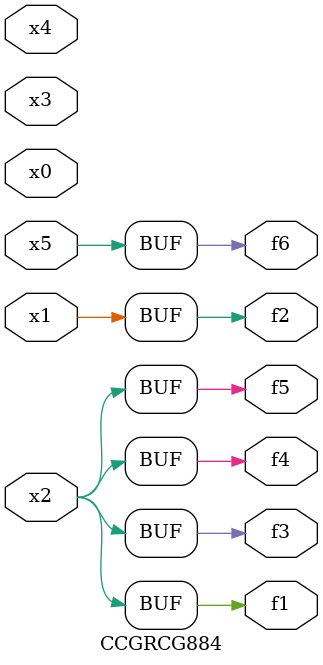
<source format=v>
module CCGRCG884(
	input x0, x1, x2, x3, x4, x5,
	output f1, f2, f3, f4, f5, f6
);
	assign f1 = x2;
	assign f2 = x1;
	assign f3 = x2;
	assign f4 = x2;
	assign f5 = x2;
	assign f6 = x5;
endmodule

</source>
